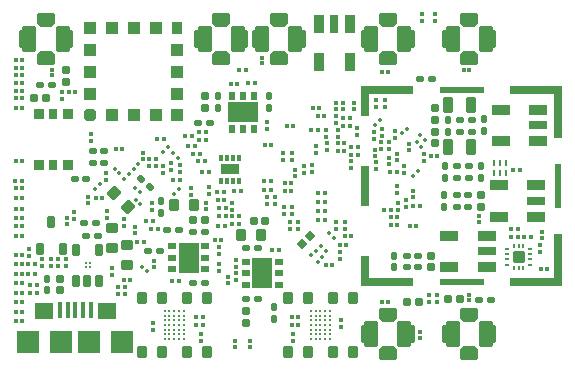
<source format=gtp>
G04*
G04 #@! TF.GenerationSoftware,Altium Limited,Altium Designer,19.1.6 (110)*
G04*
G04 Layer_Color=8421504*
%FSLAX44Y44*%
%MOMM*%
G71*
G01*
G75*
G04:AMPARAMS|DCode=17|XSize=0.5mm|YSize=0.6mm|CornerRadius=0.05mm|HoleSize=0mm|Usage=FLASHONLY|Rotation=270.000|XOffset=0mm|YOffset=0mm|HoleType=Round|Shape=RoundedRectangle|*
%AMROUNDEDRECTD17*
21,1,0.5000,0.5000,0,0,270.0*
21,1,0.4000,0.6000,0,0,270.0*
1,1,0.1000,-0.2500,-0.2000*
1,1,0.1000,-0.2500,0.2000*
1,1,0.1000,0.2500,0.2000*
1,1,0.1000,0.2500,-0.2000*
%
%ADD17ROUNDEDRECTD17*%
%ADD18R,0.3000X0.3500*%
G04:AMPARAMS|DCode=19|XSize=0.6mm|YSize=1mm|CornerRadius=0.075mm|HoleSize=0mm|Usage=FLASHONLY|Rotation=0.000|XOffset=0mm|YOffset=0mm|HoleType=Round|Shape=RoundedRectangle|*
%AMROUNDEDRECTD19*
21,1,0.6000,0.8500,0,0,0.0*
21,1,0.4500,1.0000,0,0,0.0*
1,1,0.1500,0.2250,-0.4250*
1,1,0.1500,-0.2250,-0.4250*
1,1,0.1500,-0.2250,0.4250*
1,1,0.1500,0.2250,0.4250*
%
%ADD19ROUNDEDRECTD19*%
%ADD20R,0.7000X4.4000*%
%ADD21R,3.8000X0.5000*%
%ADD22R,4.4000X0.7000*%
%ADD23R,0.7000X2.6500*%
%ADD24R,0.7000X3.5000*%
%ADD25R,0.5000X3.8000*%
%ADD26R,0.3500X0.3000*%
%ADD27R,0.3000X0.6000*%
%ADD28R,1.6000X0.9500*%
G04:AMPARAMS|DCode=29|XSize=1mm|YSize=1mm|CornerRadius=0.25mm|HoleSize=0mm|Usage=FLASHONLY|Rotation=270.000|XOffset=0mm|YOffset=0mm|HoleType=Round|Shape=RoundedRectangle|*
%AMROUNDEDRECTD29*
21,1,1.0000,0.5000,0,0,270.0*
21,1,0.5000,1.0000,0,0,270.0*
1,1,0.5000,-0.2500,-0.2500*
1,1,0.5000,-0.2500,0.2500*
1,1,0.5000,0.2500,0.2500*
1,1,0.5000,0.2500,-0.2500*
%
%ADD29ROUNDEDRECTD29*%
%ADD30R,1.0000X1.0000*%
%ADD31R,1.0000X1.0000*%
%ADD32R,0.9500X1.0000*%
%ADD33R,0.4000X1.4000*%
%ADD34R,1.9000X1.9000*%
%ADD35R,1.6000X1.4000*%
%ADD36C,0.2000*%
%ADD37R,0.9000X1.6500*%
%ADD38R,0.7600X1.6500*%
%ADD39R,1.7000X2.5000*%
%ADD40R,0.7000X0.5000*%
%ADD41R,0.3000X0.3100*%
%ADD42R,0.9500X0.9500*%
%ADD43R,0.8000X0.9500*%
G04:AMPARAMS|DCode=44|XSize=1mm|YSize=1.55mm|CornerRadius=0.125mm|HoleSize=0mm|Usage=FLASHONLY|Rotation=90.000|XOffset=0mm|YOffset=0mm|HoleType=Round|Shape=RoundedRectangle|*
%AMROUNDEDRECTD44*
21,1,1.0000,1.3000,0,0,90.0*
21,1,0.7500,1.5500,0,0,90.0*
1,1,0.2500,0.6500,0.3750*
1,1,0.2500,0.6500,-0.3750*
1,1,0.2500,-0.6500,-0.3750*
1,1,0.2500,-0.6500,0.3750*
%
%ADD44ROUNDEDRECTD44*%
G04:AMPARAMS|DCode=45|XSize=1.2mm|YSize=1.6mm|CornerRadius=0.15mm|HoleSize=0mm|Usage=FLASHONLY|Rotation=180.000|XOffset=0mm|YOffset=0mm|HoleType=Round|Shape=RoundedRectangle|*
%AMROUNDEDRECTD45*
21,1,1.2000,1.3000,0,0,180.0*
21,1,0.9000,1.6000,0,0,180.0*
1,1,0.3000,-0.4500,0.6500*
1,1,0.3000,0.4500,0.6500*
1,1,0.3000,0.4500,-0.6500*
1,1,0.3000,-0.4500,-0.6500*
%
%ADD45ROUNDEDRECTD45*%
G04:AMPARAMS|DCode=46|XSize=1.2mm|YSize=1.2mm|CornerRadius=0.15mm|HoleSize=0mm|Usage=FLASHONLY|Rotation=0.000|XOffset=0mm|YOffset=0mm|HoleType=Round|Shape=RoundedRectangle|*
%AMROUNDEDRECTD46*
21,1,1.2000,0.9000,0,0,0.0*
21,1,0.9000,1.2000,0,0,0.0*
1,1,0.3000,0.4500,-0.4500*
1,1,0.3000,-0.4500,-0.4500*
1,1,0.3000,-0.4500,0.4500*
1,1,0.3000,0.4500,0.4500*
%
%ADD46ROUNDEDRECTD46*%
G04:AMPARAMS|DCode=47|XSize=1.2mm|YSize=2.15mm|CornerRadius=0.15mm|HoleSize=0mm|Usage=FLASHONLY|Rotation=180.000|XOffset=0mm|YOffset=0mm|HoleType=Round|Shape=RoundedRectangle|*
%AMROUNDEDRECTD47*
21,1,1.2000,1.8500,0,0,180.0*
21,1,0.9000,2.1500,0,0,180.0*
1,1,0.3000,-0.4500,0.9250*
1,1,0.3000,0.4500,0.9250*
1,1,0.3000,0.4500,-0.9250*
1,1,0.3000,-0.4500,-0.9250*
%
%ADD47ROUNDEDRECTD47*%
G04:AMPARAMS|DCode=48|XSize=0.6mm|YSize=0.6mm|CornerRadius=0.06mm|HoleSize=0mm|Usage=FLASHONLY|Rotation=0.000|XOffset=0mm|YOffset=0mm|HoleType=Round|Shape=RoundedRectangle|*
%AMROUNDEDRECTD48*
21,1,0.6000,0.4800,0,0,0.0*
21,1,0.4800,0.6000,0,0,0.0*
1,1,0.1200,0.2400,-0.2400*
1,1,0.1200,-0.2400,-0.2400*
1,1,0.1200,-0.2400,0.2400*
1,1,0.1200,0.2400,0.2400*
%
%ADD48ROUNDEDRECTD48*%
G04:AMPARAMS|DCode=49|XSize=1.3mm|YSize=0.8mm|CornerRadius=0.1mm|HoleSize=0mm|Usage=FLASHONLY|Rotation=90.000|XOffset=0mm|YOffset=0mm|HoleType=Round|Shape=RoundedRectangle|*
%AMROUNDEDRECTD49*
21,1,1.3000,0.6000,0,0,90.0*
21,1,1.1000,0.8000,0,0,90.0*
1,1,0.2000,0.3000,0.5500*
1,1,0.2000,0.3000,-0.5500*
1,1,0.2000,-0.3000,-0.5500*
1,1,0.2000,-0.3000,0.5500*
%
%ADD49ROUNDEDRECTD49*%
G04:AMPARAMS|DCode=50|XSize=0.3mm|YSize=0.35mm|CornerRadius=0mm|HoleSize=0mm|Usage=FLASHONLY|Rotation=45.000|XOffset=0mm|YOffset=0mm|HoleType=Round|Shape=Rectangle|*
%AMROTATEDRECTD50*
4,1,4,0.0177,-0.2298,-0.2298,0.0177,-0.0177,0.2298,0.2298,-0.0177,0.0177,-0.2298,0.0*
%
%ADD50ROTATEDRECTD50*%

G04:AMPARAMS|DCode=51|XSize=0.6mm|YSize=0.6mm|CornerRadius=0.06mm|HoleSize=0mm|Usage=FLASHONLY|Rotation=270.000|XOffset=0mm|YOffset=0mm|HoleType=Round|Shape=RoundedRectangle|*
%AMROUNDEDRECTD51*
21,1,0.6000,0.4800,0,0,270.0*
21,1,0.4800,0.6000,0,0,270.0*
1,1,0.1200,-0.2400,-0.2400*
1,1,0.1200,-0.2400,0.2400*
1,1,0.1200,0.2400,0.2400*
1,1,0.1200,0.2400,-0.2400*
%
%ADD51ROUNDEDRECTD51*%
G04:AMPARAMS|DCode=52|XSize=1mm|YSize=0.9mm|CornerRadius=0.1125mm|HoleSize=0mm|Usage=FLASHONLY|Rotation=270.000|XOffset=0mm|YOffset=0mm|HoleType=Round|Shape=RoundedRectangle|*
%AMROUNDEDRECTD52*
21,1,1.0000,0.6750,0,0,270.0*
21,1,0.7750,0.9000,0,0,270.0*
1,1,0.2250,-0.3375,-0.3875*
1,1,0.2250,-0.3375,0.3875*
1,1,0.2250,0.3375,0.3875*
1,1,0.2250,0.3375,-0.3875*
%
%ADD52ROUNDEDRECTD52*%
G04:AMPARAMS|DCode=53|XSize=1mm|YSize=0.9mm|CornerRadius=0.1125mm|HoleSize=0mm|Usage=FLASHONLY|Rotation=180.000|XOffset=0mm|YOffset=0mm|HoleType=Round|Shape=RoundedRectangle|*
%AMROUNDEDRECTD53*
21,1,1.0000,0.6750,0,0,180.0*
21,1,0.7750,0.9000,0,0,180.0*
1,1,0.2250,-0.3875,0.3375*
1,1,0.2250,0.3875,0.3375*
1,1,0.2250,0.3875,-0.3375*
1,1,0.2250,-0.3875,-0.3375*
%
%ADD53ROUNDEDRECTD53*%
G04:AMPARAMS|DCode=54|XSize=1mm|YSize=0.9mm|CornerRadius=0.1125mm|HoleSize=0mm|Usage=FLASHONLY|Rotation=45.000|XOffset=0mm|YOffset=0mm|HoleType=Round|Shape=RoundedRectangle|*
%AMROUNDEDRECTD54*
21,1,1.0000,0.6750,0,0,45.0*
21,1,0.7750,0.9000,0,0,45.0*
1,1,0.2250,0.5127,0.0354*
1,1,0.2250,-0.0354,-0.5127*
1,1,0.2250,-0.5127,-0.0354*
1,1,0.2250,0.0354,0.5127*
%
%ADD54ROUNDEDRECTD54*%
G04:AMPARAMS|DCode=55|XSize=0.5mm|YSize=0.6mm|CornerRadius=0.05mm|HoleSize=0mm|Usage=FLASHONLY|Rotation=180.000|XOffset=0mm|YOffset=0mm|HoleType=Round|Shape=RoundedRectangle|*
%AMROUNDEDRECTD55*
21,1,0.5000,0.5000,0,0,180.0*
21,1,0.4000,0.6000,0,0,180.0*
1,1,0.1000,-0.2000,0.2500*
1,1,0.1000,0.2000,0.2500*
1,1,0.1000,0.2000,-0.2500*
1,1,0.1000,-0.2000,-0.2500*
%
%ADD55ROUNDEDRECTD55*%
G04:AMPARAMS|DCode=56|XSize=0.3mm|YSize=0.35mm|CornerRadius=0mm|HoleSize=0mm|Usage=FLASHONLY|Rotation=315.000|XOffset=0mm|YOffset=0mm|HoleType=Round|Shape=Rectangle|*
%AMROTATEDRECTD56*
4,1,4,-0.2298,-0.0177,0.0177,0.2298,0.2298,0.0177,-0.0177,-0.2298,-0.2298,-0.0177,0.0*
%
%ADD56ROTATEDRECTD56*%

%ADD57R,0.5000X0.7000*%
%ADD58R,2.5000X1.7000*%
%ADD59R,1.6500X0.9000*%
%ADD60R,1.6500X0.7600*%
%ADD61R,0.3100X0.3000*%
G04:AMPARAMS|DCode=62|XSize=1mm|YSize=1mm|CornerRadius=0.15mm|HoleSize=0mm|Usage=FLASHONLY|Rotation=180.000|XOffset=0mm|YOffset=0mm|HoleType=Round|Shape=RoundedRectangle|*
%AMROUNDEDRECTD62*
21,1,1.0000,0.7000,0,0,180.0*
21,1,0.7000,1.0000,0,0,180.0*
1,1,0.3000,-0.3500,0.3500*
1,1,0.3000,0.3500,0.3500*
1,1,0.3000,0.3500,-0.3500*
1,1,0.3000,-0.3500,-0.3500*
%
%ADD62ROUNDEDRECTD62*%
%ADD63R,0.2000X0.3950*%
%ADD64R,0.3950X0.2000*%
G04:AMPARAMS|DCode=65|XSize=0.25mm|YSize=0.55mm|CornerRadius=0.0625mm|HoleSize=0mm|Usage=FLASHONLY|Rotation=0.000|XOffset=0mm|YOffset=0mm|HoleType=Round|Shape=RoundedRectangle|*
%AMROUNDEDRECTD65*
21,1,0.2500,0.4250,0,0,0.0*
21,1,0.1250,0.5500,0,0,0.0*
1,1,0.1250,0.0625,-0.2125*
1,1,0.1250,-0.0625,-0.2125*
1,1,0.1250,-0.0625,0.2125*
1,1,0.1250,0.0625,0.2125*
%
%ADD65ROUNDEDRECTD65*%
G04:AMPARAMS|DCode=66|XSize=0.6mm|YSize=0.6mm|CornerRadius=0.06mm|HoleSize=0mm|Usage=FLASHONLY|Rotation=135.000|XOffset=0mm|YOffset=0mm|HoleType=Round|Shape=RoundedRectangle|*
%AMROUNDEDRECTD66*
21,1,0.6000,0.4800,0,0,135.0*
21,1,0.4800,0.6000,0,0,135.0*
1,1,0.1200,0.0000,0.3394*
1,1,0.1200,0.3394,0.0000*
1,1,0.1200,0.0000,-0.3394*
1,1,0.1200,-0.3394,0.0000*
%
%ADD66ROUNDEDRECTD66*%
G04:AMPARAMS|DCode=67|XSize=0.5mm|YSize=0.6mm|CornerRadius=0.05mm|HoleSize=0mm|Usage=FLASHONLY|Rotation=45.000|XOffset=0mm|YOffset=0mm|HoleType=Round|Shape=RoundedRectangle|*
%AMROUNDEDRECTD67*
21,1,0.5000,0.5000,0,0,45.0*
21,1,0.4000,0.6000,0,0,45.0*
1,1,0.1000,0.3182,-0.0354*
1,1,0.1000,0.0354,-0.3182*
1,1,0.1000,-0.3182,0.0354*
1,1,0.1000,-0.0354,0.3182*
%
%ADD67ROUNDEDRECTD67*%
D17*
X166000Y202250D02*
D03*
X156000D02*
D03*
X66750Y178250D02*
D03*
X76750D02*
D03*
X59750Y117250D02*
D03*
X69750D02*
D03*
X76750Y168250D02*
D03*
X66750D02*
D03*
X114000Y93500D02*
D03*
X124000D02*
D03*
X130000Y111250D02*
D03*
X140000D02*
D03*
X51500Y154500D02*
D03*
X61500D02*
D03*
X354250Y239500D02*
D03*
X344250D02*
D03*
X404000Y52250D02*
D03*
X394000D02*
D03*
X32500Y234250D02*
D03*
X22500D02*
D03*
X61500Y106000D02*
D03*
X71500D02*
D03*
X162000Y66354D02*
D03*
X152000D02*
D03*
X162000Y109495D02*
D03*
X152000D02*
D03*
X388000Y204750D02*
D03*
X378000D02*
D03*
X384879Y141000D02*
D03*
X374879Y141000D02*
D03*
X384879Y131000D02*
D03*
X374879D02*
D03*
X342500Y89750D02*
D03*
X332500D02*
D03*
X342500Y79750D02*
D03*
X332500D02*
D03*
X385479Y155750D02*
D03*
X375479Y155750D02*
D03*
X385479Y165750D02*
D03*
X375479Y165750D02*
D03*
X387750Y194750D02*
D03*
X377750D02*
D03*
X196464Y96360D02*
D03*
X206464D02*
D03*
X196500Y53255D02*
D03*
X206500D02*
D03*
D18*
X262800Y208250D02*
D03*
X257200D02*
D03*
X7050Y242500D02*
D03*
X1450D02*
D03*
X7024Y153218D02*
D03*
X1424D02*
D03*
X258800Y214750D02*
D03*
X253200D02*
D03*
X7050Y249000D02*
D03*
X1450D02*
D03*
X159440Y160296D02*
D03*
X165040D02*
D03*
X1450Y170250D02*
D03*
X7050D02*
D03*
X172200Y143778D02*
D03*
X177800D02*
D03*
X192300Y144250D02*
D03*
X186700D02*
D03*
X93200Y69500D02*
D03*
X98800D02*
D03*
X7050Y34497D02*
D03*
X1450D02*
D03*
X189146Y235250D02*
D03*
X183546D02*
D03*
X204246Y235500D02*
D03*
X198646D02*
D03*
X218050Y183750D02*
D03*
X212450D02*
D03*
X236800Y199567D02*
D03*
X231200D02*
D03*
X91800Y180250D02*
D03*
X86200D02*
D03*
X120267Y171750D02*
D03*
X114667D02*
D03*
X120267Y165250D02*
D03*
X114667D02*
D03*
X121650Y188500D02*
D03*
X127250D02*
D03*
X117800Y118750D02*
D03*
X112200D02*
D03*
X104700Y101500D02*
D03*
X110300D02*
D03*
X135150Y153750D02*
D03*
X140750D02*
D03*
X116200Y112250D02*
D03*
X121800D02*
D03*
X1450Y229500D02*
D03*
X7050D02*
D03*
X173700Y130000D02*
D03*
X179300D02*
D03*
X190550Y123000D02*
D03*
X184950D02*
D03*
X234800Y144750D02*
D03*
X229200D02*
D03*
X178300Y137000D02*
D03*
X172700D02*
D03*
X173200Y115000D02*
D03*
X178800D02*
D03*
X179300Y123000D02*
D03*
X173700D02*
D03*
X184950Y116500D02*
D03*
X190550D02*
D03*
X190950Y246500D02*
D03*
X196550D02*
D03*
X169950Y102750D02*
D03*
X175550D02*
D03*
X52050Y228000D02*
D03*
X46450D02*
D03*
X234800Y151250D02*
D03*
X229200D02*
D03*
X426800Y112250D02*
D03*
X421200D02*
D03*
X7050Y129389D02*
D03*
X1450D02*
D03*
X7050Y121500D02*
D03*
X1450D02*
D03*
X7050Y42276D02*
D03*
X1450D02*
D03*
X7050Y50718D02*
D03*
X1450D02*
D03*
X7050Y58276D02*
D03*
X1450D02*
D03*
X7050Y66718D02*
D03*
X1450D02*
D03*
X7050Y74276D02*
D03*
X1450D02*
D03*
X7050Y82718D02*
D03*
X1450D02*
D03*
X7043Y90497D02*
D03*
X1443D02*
D03*
X224500Y94455D02*
D03*
X218900Y94455D02*
D03*
X134000Y68045D02*
D03*
X139600D02*
D03*
X422950Y162250D02*
D03*
X428550D02*
D03*
X445950Y78750D02*
D03*
X451550D02*
D03*
X437800Y105250D02*
D03*
X432200Y105250D02*
D03*
X421200Y105250D02*
D03*
X426800Y105250D02*
D03*
X154500Y31000D02*
D03*
X160100Y31000D02*
D03*
X154500Y37750D02*
D03*
X160100D02*
D03*
X280265Y106750D02*
D03*
X285865D02*
D03*
X235150Y37750D02*
D03*
X240750D02*
D03*
X235150Y31000D02*
D03*
X240750D02*
D03*
X1450Y255500D02*
D03*
X7050D02*
D03*
X1450Y235987D02*
D03*
X7050D02*
D03*
X69200Y138750D02*
D03*
X74800D02*
D03*
X162800Y187750D02*
D03*
X157200D02*
D03*
X162800Y194250D02*
D03*
X157200D02*
D03*
X144950Y190750D02*
D03*
X150550D02*
D03*
X147450Y182250D02*
D03*
X153050D02*
D03*
X161800Y169713D02*
D03*
X156200D02*
D03*
X1450Y146718D02*
D03*
X7050D02*
D03*
X1450Y138276D02*
D03*
X7050D02*
D03*
X12074Y82718D02*
D03*
X17673D02*
D03*
X12074Y74276D02*
D03*
X17673D02*
D03*
X7050Y114718D02*
D03*
X1450D02*
D03*
X7050Y106276D02*
D03*
X1450D02*
D03*
X19350Y64750D02*
D03*
X13750D02*
D03*
X19350Y58000D02*
D03*
X13750D02*
D03*
X7050Y222968D02*
D03*
X1450D02*
D03*
X7050Y214526D02*
D03*
X1450D02*
D03*
X157550Y175750D02*
D03*
X151950D02*
D03*
X269800Y81750D02*
D03*
X264200D02*
D03*
X279800Y178250D02*
D03*
X274200D02*
D03*
X324800Y115250D02*
D03*
X319200D02*
D03*
X319300Y128750D02*
D03*
X313700D02*
D03*
X352950Y174250D02*
D03*
X358550D02*
D03*
X257524Y195950D02*
D03*
X251924D02*
D03*
X324274Y160650D02*
D03*
X318674D02*
D03*
X343800Y132000D02*
D03*
X338200D02*
D03*
X281615Y98750D02*
D03*
X276015D02*
D03*
X211855Y145411D02*
D03*
X217455D02*
D03*
X211855Y152581D02*
D03*
X217455D02*
D03*
X319174Y122400D02*
D03*
X324774D02*
D03*
X284695Y206250D02*
D03*
X279095D02*
D03*
X284695Y199750D02*
D03*
X279095D02*
D03*
X340800Y115000D02*
D03*
X335200D02*
D03*
X279800Y184750D02*
D03*
X274200D02*
D03*
X291355Y175280D02*
D03*
X285755D02*
D03*
X291355Y181805D02*
D03*
X285755D02*
D03*
X263074Y135400D02*
D03*
X257474D02*
D03*
X263074Y143100D02*
D03*
X257474D02*
D03*
X263074Y120150D02*
D03*
X257474D02*
D03*
X263074Y127850D02*
D03*
X257474D02*
D03*
D19*
X22250Y95500D02*
D03*
X41250D02*
D03*
X31750Y118500D02*
D03*
X52750Y94625D02*
D03*
X71750Y68625D02*
D03*
X62250D02*
D03*
X52750D02*
D03*
X71750Y94625D02*
D03*
D20*
X460592Y85750D02*
D03*
Y211250D02*
D03*
D21*
X379092Y67000D02*
D03*
Y230000D02*
D03*
D22*
X441842Y67000D02*
D03*
Y230000D02*
D03*
X316342D02*
D03*
Y67000D02*
D03*
D23*
X297592Y220250D02*
D03*
Y76750D02*
D03*
D24*
Y148500D02*
D03*
D25*
X460592D02*
D03*
D26*
X44250Y86800D02*
D03*
Y81200D02*
D03*
X37750Y81200D02*
D03*
Y86800D02*
D03*
X200250Y17550D02*
D03*
Y11950D02*
D03*
X237850Y162381D02*
D03*
Y156781D02*
D03*
X40500Y228300D02*
D03*
Y222700D02*
D03*
X356750Y294050D02*
D03*
Y288450D02*
D03*
X181500Y66200D02*
D03*
Y71800D02*
D03*
X345250Y294050D02*
D03*
Y288450D02*
D03*
X343750Y25300D02*
D03*
Y19700D02*
D03*
X12750Y89450D02*
D03*
Y95050D02*
D03*
X31250Y81200D02*
D03*
Y86800D02*
D03*
X188000Y74646D02*
D03*
Y69046D02*
D03*
X358500Y56300D02*
D03*
Y50700D02*
D03*
X351750Y56300D02*
D03*
Y50700D02*
D03*
X24250Y81200D02*
D03*
Y86800D02*
D03*
X173750Y91104D02*
D03*
Y96704D02*
D03*
Y76754D02*
D03*
Y82354D02*
D03*
X188000Y85746D02*
D03*
Y80146D02*
D03*
X187500Y17550D02*
D03*
Y11950D02*
D03*
X116950Y134350D02*
D03*
Y128750D02*
D03*
X118500Y79950D02*
D03*
Y85550D02*
D03*
X149750Y141200D02*
D03*
Y146800D02*
D03*
X93250Y115200D02*
D03*
Y120800D02*
D03*
X126500Y165600D02*
D03*
Y160000D02*
D03*
X79000Y121700D02*
D03*
Y127300D02*
D03*
X102750Y108700D02*
D03*
Y114300D02*
D03*
X62750Y139550D02*
D03*
Y133950D02*
D03*
X78250Y153700D02*
D03*
Y159300D02*
D03*
X118000Y32600D02*
D03*
Y27000D02*
D03*
X277250Y29400D02*
D03*
Y35000D02*
D03*
X165000Y147900D02*
D03*
Y142300D02*
D03*
X94464Y57414D02*
D03*
Y63014D02*
D03*
X88000Y57414D02*
D03*
Y63014D02*
D03*
X252705Y166145D02*
D03*
Y160545D02*
D03*
X51250Y120700D02*
D03*
Y126300D02*
D03*
X83300Y78900D02*
D03*
Y73300D02*
D03*
X185000Y134050D02*
D03*
Y128450D02*
D03*
X162950Y128950D02*
D03*
Y134550D02*
D03*
X65500Y186786D02*
D03*
Y192386D02*
D03*
X306500Y168800D02*
D03*
Y163200D02*
D03*
X109250Y171200D02*
D03*
Y176800D02*
D03*
X255750Y182300D02*
D03*
Y176700D02*
D03*
X214205Y197000D02*
D03*
X214205Y202600D02*
D03*
X447250Y104550D02*
D03*
Y110150D02*
D03*
X445500Y93200D02*
D03*
X445500Y98800D02*
D03*
X158629Y23121D02*
D03*
Y17521D02*
D03*
X288000Y213750D02*
D03*
Y219350D02*
D03*
X280250Y117800D02*
D03*
Y112200D02*
D03*
X236500Y17400D02*
D03*
Y23000D02*
D03*
X45000Y116200D02*
D03*
Y121800D02*
D03*
X133000Y167850D02*
D03*
Y162250D02*
D03*
X140750Y166050D02*
D03*
Y160450D02*
D03*
X393750Y117950D02*
D03*
Y123550D02*
D03*
X311500Y191200D02*
D03*
Y196800D02*
D03*
X311000Y185800D02*
D03*
Y180200D02*
D03*
X272500Y201950D02*
D03*
Y207550D02*
D03*
Y219300D02*
D03*
Y213700D02*
D03*
X276015Y92500D02*
D03*
Y86900D02*
D03*
X338200Y144800D02*
D03*
Y139200D02*
D03*
X279095Y213750D02*
D03*
Y219350D02*
D03*
X314250Y215950D02*
D03*
Y221550D02*
D03*
X285500Y169550D02*
D03*
Y163950D02*
D03*
X272750Y112200D02*
D03*
Y117800D02*
D03*
X324593Y148500D02*
D03*
Y142900D02*
D03*
X317724Y172700D02*
D03*
Y167100D02*
D03*
X305500Y173950D02*
D03*
Y179550D02*
D03*
X317500Y185800D02*
D03*
Y180200D02*
D03*
X290500Y197550D02*
D03*
Y191950D02*
D03*
X304950Y188811D02*
D03*
Y194411D02*
D03*
X274250Y195800D02*
D03*
Y190200D02*
D03*
X240250Y118170D02*
D03*
Y112570D02*
D03*
X233750Y118170D02*
D03*
Y112570D02*
D03*
X214750Y133400D02*
D03*
Y139000D02*
D03*
X221301Y133400D02*
D03*
Y139000D02*
D03*
X228750Y125306D02*
D03*
Y130906D02*
D03*
X235750Y125306D02*
D03*
Y130906D02*
D03*
X331750Y136800D02*
D03*
Y131200D02*
D03*
X324224Y170350D02*
D03*
Y175950D02*
D03*
X347250Y170200D02*
D03*
Y175800D02*
D03*
X325000Y128700D02*
D03*
Y134300D02*
D03*
X307000Y221550D02*
D03*
Y215950D02*
D03*
X323000Y195050D02*
D03*
Y189450D02*
D03*
X334750Y178950D02*
D03*
Y184550D02*
D03*
X235644Y176295D02*
D03*
Y170695D02*
D03*
X228305Y176295D02*
D03*
Y170695D02*
D03*
X330224Y165450D02*
D03*
Y159850D02*
D03*
X263974Y190350D02*
D03*
Y195950D02*
D03*
X265245Y179405D02*
D03*
Y185005D02*
D03*
X246000Y165300D02*
D03*
Y159700D02*
D03*
D27*
X190750Y153000D02*
D03*
X185750D02*
D03*
X180750D02*
D03*
X175750D02*
D03*
Y172500D02*
D03*
X180750D02*
D03*
X185750D02*
D03*
X190750D02*
D03*
D28*
X183250Y162750D02*
D03*
D29*
X64500Y208500D02*
D03*
D30*
X101500D02*
D03*
X83000D02*
D03*
X120000D02*
D03*
X138500D02*
D03*
X120000Y282500D02*
D03*
X101500D02*
D03*
X83000D02*
D03*
X64500D02*
D03*
D31*
X138500Y227000D02*
D03*
Y245500D02*
D03*
Y264000D02*
D03*
X64500D02*
D03*
Y245500D02*
D03*
Y227000D02*
D03*
D32*
X138500Y282500D02*
D03*
D33*
X39000Y43500D02*
D03*
X58500D02*
D03*
X65000D02*
D03*
X52000D02*
D03*
X45500D02*
D03*
D34*
X40000Y17000D02*
D03*
X12000D02*
D03*
X92000D02*
D03*
X64000D02*
D03*
D35*
X78670Y43140D02*
D03*
X25330D02*
D03*
D36*
X64250Y83375D02*
D03*
Y79875D02*
D03*
X60750Y83375D02*
D03*
Y79875D02*
D03*
X143750Y43000D02*
D03*
X127750Y19000D02*
D03*
X131750Y19000D02*
D03*
X135750Y19000D02*
D03*
X139750Y19000D02*
D03*
X143750D02*
D03*
X135750Y43000D02*
D03*
X139750D02*
D03*
X127750Y35000D02*
D03*
X131750D02*
D03*
X135750D02*
D03*
X139750D02*
D03*
X143750D02*
D03*
X127750Y43000D02*
D03*
X127750Y39000D02*
D03*
X131750D02*
D03*
X135750D02*
D03*
X139750D02*
D03*
X143750D02*
D03*
X127750Y23000D02*
D03*
X131750D02*
D03*
X135750D02*
D03*
X131750Y43000D02*
D03*
X139750Y23000D02*
D03*
X143750D02*
D03*
Y31000D02*
D03*
X139750D02*
D03*
X135750D02*
D03*
X131750Y31000D02*
D03*
X127750Y31000D02*
D03*
X143750Y27000D02*
D03*
X139750Y27000D02*
D03*
X135750Y27000D02*
D03*
X131750D02*
D03*
X127750D02*
D03*
X251500Y19000D02*
D03*
X267500Y43000D02*
D03*
X263500D02*
D03*
X259500D02*
D03*
X255500D02*
D03*
X251500D02*
D03*
X259500Y19000D02*
D03*
X255500D02*
D03*
X267500Y27000D02*
D03*
X263500D02*
D03*
X259500D02*
D03*
X255500D02*
D03*
X251500D02*
D03*
X267500Y19000D02*
D03*
Y23000D02*
D03*
X263500D02*
D03*
X259500D02*
D03*
X255500D02*
D03*
X251500D02*
D03*
X267500Y39000D02*
D03*
X263500D02*
D03*
X259500D02*
D03*
X263500Y19000D02*
D03*
X255500Y39000D02*
D03*
X251500D02*
D03*
Y31000D02*
D03*
X255500D02*
D03*
X259500D02*
D03*
X263500D02*
D03*
X267500D02*
D03*
X251500Y35000D02*
D03*
X255500D02*
D03*
X259500D02*
D03*
X263500D02*
D03*
X267500D02*
D03*
D37*
X258050Y253850D02*
D03*
X284950D02*
D03*
Y285650D02*
D03*
X258050D02*
D03*
D38*
X271500D02*
D03*
D39*
X148000Y88000D02*
D03*
X210500Y74750D02*
D03*
D40*
X162000Y97500D02*
D03*
Y88000D02*
D03*
Y78500D02*
D03*
X134000D02*
D03*
Y88000D02*
D03*
Y97500D02*
D03*
X224500Y65250D02*
D03*
Y74750D02*
D03*
Y84250D02*
D03*
X196500D02*
D03*
Y74750D02*
D03*
Y65250D02*
D03*
D41*
X32500Y242250D02*
D03*
Y246750D02*
D03*
X210000Y257250D02*
D03*
Y252750D02*
D03*
X385750Y56750D02*
D03*
Y52250D02*
D03*
D42*
X46000Y209750D02*
D03*
X21000D02*
D03*
Y166250D02*
D03*
X46000D02*
D03*
D43*
X33500Y209750D02*
D03*
Y166250D02*
D03*
D44*
X224500Y256000D02*
D03*
Y290000D02*
D03*
X175750Y290000D02*
D03*
Y256000D02*
D03*
X27250Y290250D02*
D03*
Y256250D02*
D03*
X316500Y6500D02*
D03*
Y40500D02*
D03*
X385500Y290250D02*
D03*
Y256250D02*
D03*
X385500Y6500D02*
D03*
Y40500D02*
D03*
X316500Y290250D02*
D03*
Y256250D02*
D03*
D45*
X241500Y273000D02*
D03*
X207500D02*
D03*
X158750Y273000D02*
D03*
X192750D02*
D03*
X10250Y273250D02*
D03*
X44250D02*
D03*
X333500Y23500D02*
D03*
X299500D02*
D03*
X368500Y273250D02*
D03*
X402500D02*
D03*
X402500Y23500D02*
D03*
X368500D02*
D03*
X299500Y273250D02*
D03*
X333500D02*
D03*
D46*
X224500Y289000D02*
D03*
Y257000D02*
D03*
X175750Y257000D02*
D03*
Y289000D02*
D03*
X27250Y257250D02*
D03*
Y289250D02*
D03*
X316500Y39500D02*
D03*
Y7500D02*
D03*
X385500Y257250D02*
D03*
Y289250D02*
D03*
X385500Y39500D02*
D03*
Y7500D02*
D03*
X316500Y257250D02*
D03*
Y289250D02*
D03*
D47*
X210500Y273000D02*
D03*
X238500D02*
D03*
X189750Y273000D02*
D03*
X161750D02*
D03*
X41250Y273250D02*
D03*
X13250D02*
D03*
X302500Y23500D02*
D03*
X330500D02*
D03*
X399500Y273250D02*
D03*
X371500D02*
D03*
X371500Y23500D02*
D03*
X399500D02*
D03*
X330500Y273250D02*
D03*
X302500D02*
D03*
D48*
X44000Y246750D02*
D03*
Y236750D02*
D03*
X162005Y215000D02*
D03*
Y225000D02*
D03*
X356750Y194750D02*
D03*
Y184750D02*
D03*
Y204750D02*
D03*
Y214750D02*
D03*
X395879Y141000D02*
D03*
Y131000D02*
D03*
X353500Y79750D02*
D03*
Y89750D02*
D03*
X39000Y70250D02*
D03*
Y60250D02*
D03*
X196500Y42755D02*
D03*
Y32755D02*
D03*
D49*
X387500Y217500D02*
D03*
X367500D02*
D03*
X387500Y182000D02*
D03*
X367500D02*
D03*
D50*
X73043Y150149D02*
D03*
X69083Y146189D02*
D03*
X93270Y155020D02*
D03*
X97230Y158980D02*
D03*
X105480Y166980D02*
D03*
X101520Y163020D02*
D03*
X139980Y145730D02*
D03*
X136020Y141770D02*
D03*
X126520Y177770D02*
D03*
X130480Y181730D02*
D03*
X255980Y93980D02*
D03*
X252020Y90020D02*
D03*
X305700Y200500D02*
D03*
X309660Y204460D02*
D03*
X328994Y193170D02*
D03*
X332954Y197130D02*
D03*
X261355Y88605D02*
D03*
X257395Y84645D02*
D03*
X342204Y161380D02*
D03*
X338244Y157420D02*
D03*
D51*
X377500Y52750D02*
D03*
X367500D02*
D03*
X332750Y50750D02*
D03*
X342750D02*
D03*
X17250Y223000D02*
D03*
X27250D02*
D03*
X152000Y119995D02*
D03*
X162000D02*
D03*
X213000Y119250D02*
D03*
X203000D02*
D03*
D52*
X135500Y132250D02*
D03*
X152500D02*
D03*
X108250Y7750D02*
D03*
X125250D02*
D03*
X163250Y54250D02*
D03*
X146250Y54250D02*
D03*
X108250Y54250D02*
D03*
X125250Y54250D02*
D03*
X146250Y7750D02*
D03*
X163250D02*
D03*
X249000Y54250D02*
D03*
X232000D02*
D03*
X270000Y7750D02*
D03*
X287000D02*
D03*
X270000Y54250D02*
D03*
X287000D02*
D03*
X249000Y7750D02*
D03*
X232000D02*
D03*
X209500Y107500D02*
D03*
X192500D02*
D03*
D53*
X95750Y98750D02*
D03*
Y81750D02*
D03*
X83250Y113500D02*
D03*
Y96500D02*
D03*
D54*
X96510Y130990D02*
D03*
X84490Y143010D02*
D03*
D55*
X125000Y136000D02*
D03*
Y126000D02*
D03*
X220250Y36000D02*
D03*
Y46000D02*
D03*
X215646Y225000D02*
D03*
Y215000D02*
D03*
X172505Y225000D02*
D03*
Y215000D02*
D03*
X364380Y141000D02*
D03*
Y131000D02*
D03*
X322000Y79750D02*
D03*
Y89750D02*
D03*
X364979Y165750D02*
D03*
Y155750D02*
D03*
X395979Y165750D02*
D03*
Y155750D02*
D03*
X28500Y70250D02*
D03*
Y60250D02*
D03*
X398500Y205000D02*
D03*
X398500Y195000D02*
D03*
X367250Y194750D02*
D03*
Y204750D02*
D03*
D56*
X89230Y159520D02*
D03*
X85270Y163480D02*
D03*
X103020Y147230D02*
D03*
X106980Y143270D02*
D03*
X107230Y133270D02*
D03*
X103270Y137230D02*
D03*
X112480Y76520D02*
D03*
X108520Y80480D02*
D03*
X135040Y176410D02*
D03*
X139000Y172450D02*
D03*
X344270Y191980D02*
D03*
X348230Y188020D02*
D03*
X263980Y94020D02*
D03*
X260020Y97980D02*
D03*
X344980Y182020D02*
D03*
X341020Y185980D02*
D03*
X271204Y104920D02*
D03*
X267244Y108880D02*
D03*
D57*
X184500Y197000D02*
D03*
X194000D02*
D03*
X203500D02*
D03*
Y225000D02*
D03*
X194000D02*
D03*
X184500D02*
D03*
D58*
X194000Y211000D02*
D03*
D59*
X400400Y106700D02*
D03*
Y79800D02*
D03*
X368600D02*
D03*
Y106700D02*
D03*
X444150Y213450D02*
D03*
Y186550D02*
D03*
X412350D02*
D03*
Y213450D02*
D03*
X410479Y149450D02*
D03*
Y122550D02*
D03*
X442279D02*
D03*
Y149450D02*
D03*
D60*
X400400Y93250D02*
D03*
X444150Y200000D02*
D03*
X442279Y136000D02*
D03*
D61*
X312000Y50750D02*
D03*
X316500D02*
D03*
X381000Y246500D02*
D03*
X385500D02*
D03*
X312000Y245250D02*
D03*
X316500D02*
D03*
D62*
X427500Y88750D02*
D03*
D63*
X431500Y79225D02*
D03*
X427500D02*
D03*
X423500D02*
D03*
Y98275D02*
D03*
X427500D02*
D03*
X431500D02*
D03*
D64*
X417975Y82000D02*
D03*
Y86500D02*
D03*
Y91000D02*
D03*
Y95500D02*
D03*
X437025D02*
D03*
Y91000D02*
D03*
Y86500D02*
D03*
Y82000D02*
D03*
D65*
X411500Y159750D02*
D03*
X416500D02*
D03*
X411500Y168250D02*
D03*
X416500D02*
D03*
X406500D02*
D03*
Y159750D02*
D03*
D66*
X251000Y106750D02*
D03*
X243929Y99679D02*
D03*
D67*
X115035Y147964D02*
D03*
X107964Y155035D02*
D03*
M02*

</source>
